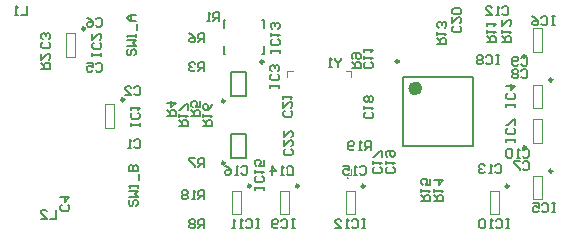
<source format=gbo>
%FSLAX44Y44*%
%MOMM*%
G71*
G01*
G75*
G04 Layer_Color=32896*
%ADD10R,1.3000X0.4500*%
%ADD11R,2.7940X0.7366*%
%ADD12R,0.5000X0.2000*%
%ADD13R,0.7620X0.7620*%
%ADD14R,0.3000X0.3000*%
%ADD15R,0.7620X0.7620*%
%ADD16R,0.6200X0.5700*%
%ADD17C,0.1500*%
%ADD18C,0.2540*%
%ADD19R,1.5240X1.5240*%
%ADD20C,1.5240*%
%ADD21C,0.8000*%
%ADD22O,1.8000X1.1500*%
%ADD23O,2.0000X1.4500*%
%ADD24R,1.8000X1.8000*%
%ADD25C,1.8000*%
%ADD26C,0.6100*%
%ADD27C,0.6000*%
%ADD28R,0.5700X0.6200*%
%ADD29R,0.6000X0.5500*%
%ADD30R,1.4000X2.2000*%
%ADD31O,1.7500X0.3500*%
%ADD32O,0.3500X1.7500*%
%ADD33R,0.8500X0.3500*%
%ADD34R,0.9500X0.9500*%
%ADD35R,0.5500X0.6000*%
%ADD36R,0.9700X0.9600*%
%ADD37R,0.9500X0.9500*%
%ADD38R,1.2500X0.3000*%
%ADD39O,0.3000X0.8000*%
%ADD40O,0.8000X0.3000*%
%ADD41R,1.5000X1.0000*%
%ADD42C,3.3000*%
%ADD43C,0.4000*%
%ADD44C,0.2286*%
%ADD45C,0.1778*%
%ADD46R,1.5032X0.6532*%
%ADD47R,2.8956X0.8382*%
%ADD48R,0.7032X0.4032*%
%ADD49R,0.9652X0.9652*%
%ADD50R,0.5032X0.5032*%
%ADD51R,0.9652X0.9652*%
%ADD52R,0.8232X0.7732*%
%ADD53C,0.2032*%
%ADD54R,1.7272X1.7272*%
%ADD55C,1.7272*%
%ADD56C,1.0032*%
%ADD57O,2.0032X1.3532*%
%ADD58O,2.2032X1.6532*%
%ADD59R,2.0032X2.0032*%
%ADD60C,2.0032*%
%ADD61R,0.7732X0.8232*%
%ADD62R,0.8032X0.7532*%
%ADD63R,1.6032X2.4032*%
%ADD64O,1.9532X0.5532*%
%ADD65O,0.5532X1.9532*%
%ADD66R,1.0532X0.5532*%
%ADD67R,1.1532X1.1532*%
%ADD68R,0.7532X0.8032*%
%ADD69R,1.1732X1.1632*%
%ADD70R,1.1532X1.1532*%
%ADD71R,1.4532X0.5032*%
%ADD72O,0.5032X1.0032*%
%ADD73O,1.0032X0.5032*%
%ADD74R,1.7032X1.2032*%
%ADD75C,3.5032*%
%ADD76C,0.1000*%
%ADD77C,0.6000*%
%ADD78C,0.2500*%
%ADD79C,0.2000*%
D45*
X1592750Y1156750D02*
Y1164368D01*
X1588941D01*
X1587672Y1163098D01*
Y1160559D01*
X1588941Y1159289D01*
X1592750D01*
X1590211D02*
X1587672Y1156750D01*
X1585132D02*
X1582593D01*
X1583863D01*
Y1164368D01*
X1585132Y1163098D01*
X1578784Y1158020D02*
X1577515Y1156750D01*
X1574976D01*
X1573706Y1158020D01*
Y1163098D01*
X1574976Y1164368D01*
X1577515D01*
X1578784Y1163098D01*
Y1161828D01*
X1577515Y1160559D01*
X1573706D01*
X1525098Y1157328D02*
X1526367Y1156059D01*
Y1153520D01*
X1525098Y1152250D01*
X1520020D01*
X1518750Y1153520D01*
Y1156059D01*
X1520020Y1157328D01*
X1518750Y1164946D02*
Y1159867D01*
X1523828Y1164946D01*
X1525098D01*
X1526367Y1163676D01*
Y1161137D01*
X1525098Y1159867D01*
X1518750Y1172563D02*
Y1167485D01*
X1523828Y1172563D01*
X1525098D01*
X1526367Y1171294D01*
Y1168755D01*
X1525098Y1167485D01*
X1524848Y1190078D02*
X1526118Y1188809D01*
Y1186270D01*
X1524848Y1185000D01*
X1519770D01*
X1518500Y1186270D01*
Y1188809D01*
X1519770Y1190078D01*
X1518500Y1197696D02*
Y1192617D01*
X1523578Y1197696D01*
X1524848D01*
X1526118Y1196426D01*
Y1193887D01*
X1524848Y1192617D01*
X1518500Y1200235D02*
Y1202774D01*
Y1201505D01*
X1526118D01*
X1524848Y1200235D01*
X1715117Y1193250D02*
Y1195789D01*
Y1194520D01*
X1707500D01*
Y1193250D01*
Y1195789D01*
X1713848Y1204676D02*
X1715117Y1203407D01*
Y1200867D01*
X1713848Y1199598D01*
X1708770D01*
X1707500Y1200867D01*
Y1203407D01*
X1708770Y1204676D01*
X1707500Y1211024D02*
X1715117D01*
X1711309Y1207215D01*
Y1212294D01*
X1667848Y1261578D02*
X1669117Y1260309D01*
Y1257770D01*
X1667848Y1256500D01*
X1662770D01*
X1661500Y1257770D01*
Y1260309D01*
X1662770Y1261578D01*
X1661500Y1269196D02*
Y1264118D01*
X1666578Y1269196D01*
X1667848D01*
X1669117Y1267926D01*
Y1265387D01*
X1667848Y1264118D01*
Y1271735D02*
X1669117Y1273005D01*
Y1275544D01*
X1667848Y1276813D01*
X1662770D01*
X1661500Y1275544D01*
Y1273005D01*
X1662770Y1271735D01*
X1667848D01*
X1611848Y1142328D02*
X1613118Y1141059D01*
Y1138520D01*
X1611848Y1137250D01*
X1606770D01*
X1605500Y1138520D01*
Y1141059D01*
X1606770Y1142328D01*
X1605500Y1144867D02*
Y1147407D01*
Y1146137D01*
X1613118D01*
X1611848Y1144867D01*
X1606770Y1151216D02*
X1605500Y1152485D01*
Y1155024D01*
X1606770Y1156294D01*
X1611848D01*
X1613118Y1155024D01*
Y1152485D01*
X1611848Y1151216D01*
X1610578D01*
X1609309Y1152485D01*
Y1156294D01*
X1593598Y1188578D02*
X1594868Y1187309D01*
Y1184770D01*
X1593598Y1183500D01*
X1588520D01*
X1587250Y1184770D01*
Y1187309D01*
X1588520Y1188578D01*
X1587250Y1191117D02*
Y1193657D01*
Y1192387D01*
X1594868D01*
X1593598Y1191117D01*
Y1197466D02*
X1594868Y1198735D01*
Y1201274D01*
X1593598Y1202544D01*
X1592328D01*
X1591059Y1201274D01*
X1589789Y1202544D01*
X1588520D01*
X1587250Y1201274D01*
Y1198735D01*
X1588520Y1197466D01*
X1589789D01*
X1591059Y1198735D01*
X1592328Y1197466D01*
X1593598D01*
X1591059Y1198735D02*
Y1201274D01*
X1600848Y1142328D02*
X1602117Y1141059D01*
Y1138520D01*
X1600848Y1137250D01*
X1595770D01*
X1594500Y1138520D01*
Y1141059D01*
X1595770Y1142328D01*
X1594500Y1144867D02*
Y1147407D01*
Y1146137D01*
X1602117D01*
X1600848Y1144867D01*
X1602117Y1151216D02*
Y1156294D01*
X1600848D01*
X1595770Y1151216D01*
X1594500D01*
X1721172Y1145848D02*
X1722442Y1147117D01*
X1724981D01*
X1726250Y1145848D01*
Y1140770D01*
X1724981Y1139500D01*
X1722442D01*
X1721172Y1140770D01*
X1718633Y1147117D02*
X1713554D01*
Y1145848D01*
X1718633Y1140770D01*
Y1139500D01*
X1359672Y1267348D02*
X1360941Y1268617D01*
X1363480D01*
X1364750Y1267348D01*
Y1262270D01*
X1363480Y1261000D01*
X1360941D01*
X1359672Y1262270D01*
X1352054Y1268617D02*
X1354593Y1267348D01*
X1357133Y1264809D01*
Y1262270D01*
X1355863Y1261000D01*
X1353324D01*
X1352054Y1262270D01*
Y1263539D01*
X1353324Y1264809D01*
X1357133D01*
X1567250Y1234368D02*
Y1233098D01*
X1564711Y1230559D01*
X1562172Y1233098D01*
Y1234368D01*
X1564711Y1230559D02*
Y1226750D01*
X1559633D02*
X1557093D01*
X1558363D01*
Y1234368D01*
X1559633Y1233098D01*
X1635500Y1113500D02*
X1643118D01*
Y1117309D01*
X1641848Y1118578D01*
X1639309D01*
X1638039Y1117309D01*
Y1113500D01*
Y1116039D02*
X1635500Y1118578D01*
Y1121117D02*
Y1123657D01*
Y1122387D01*
X1643118D01*
X1641848Y1121117D01*
X1643118Y1132544D02*
Y1127466D01*
X1639309D01*
X1640578Y1130005D01*
Y1131274D01*
X1639309Y1132544D01*
X1636770D01*
X1635500Y1131274D01*
Y1128735D01*
X1636770Y1127466D01*
X1646500Y1113500D02*
X1654117D01*
Y1117309D01*
X1652848Y1118578D01*
X1650309D01*
X1649039Y1117309D01*
Y1113500D01*
Y1116039D02*
X1646500Y1118578D01*
Y1121117D02*
Y1123657D01*
Y1122387D01*
X1654117D01*
X1652848Y1121117D01*
X1646500Y1131274D02*
X1654117D01*
X1650309Y1127466D01*
Y1132544D01*
X1648750Y1246250D02*
X1656367D01*
Y1250059D01*
X1655098Y1251328D01*
X1652559D01*
X1651289Y1250059D01*
Y1246250D01*
Y1248789D02*
X1648750Y1251328D01*
Y1253867D02*
Y1256407D01*
Y1255137D01*
X1656367D01*
X1655098Y1253867D01*
Y1260216D02*
X1656367Y1261485D01*
Y1264024D01*
X1655098Y1265294D01*
X1653828D01*
X1652559Y1264024D01*
Y1262755D01*
Y1264024D01*
X1651289Y1265294D01*
X1650020D01*
X1648750Y1264024D01*
Y1261485D01*
X1650020Y1260216D01*
X1704000Y1248000D02*
X1711617D01*
Y1251809D01*
X1710348Y1253078D01*
X1707809D01*
X1706539Y1251809D01*
Y1248000D01*
Y1250539D02*
X1704000Y1253078D01*
Y1255618D02*
Y1258157D01*
Y1256887D01*
X1711617D01*
X1710348Y1255618D01*
X1704000Y1267044D02*
Y1261965D01*
X1709078Y1267044D01*
X1710348D01*
X1711617Y1265774D01*
Y1263235D01*
X1710348Y1261965D01*
X1690750Y1248000D02*
X1698367D01*
Y1251809D01*
X1697098Y1253078D01*
X1694559D01*
X1693289Y1251809D01*
Y1248000D01*
Y1250539D02*
X1690750Y1253078D01*
Y1255618D02*
Y1258157D01*
Y1256887D01*
X1698367D01*
X1697098Y1255618D01*
X1690750Y1261965D02*
Y1264505D01*
Y1263235D01*
X1698367D01*
X1697098Y1261965D01*
X1576500Y1226000D02*
X1584117D01*
Y1229809D01*
X1582848Y1231078D01*
X1580309D01*
X1579039Y1229809D01*
Y1226000D01*
Y1228539D02*
X1576500Y1231078D01*
X1577770Y1233617D02*
X1576500Y1234887D01*
Y1237426D01*
X1577770Y1238696D01*
X1582848D01*
X1584117Y1237426D01*
Y1234887D01*
X1582848Y1233617D01*
X1581578D01*
X1580309Y1234887D01*
Y1238696D01*
X1313750Y1225500D02*
X1321367D01*
Y1229309D01*
X1320098Y1230578D01*
X1317559D01*
X1316289Y1229309D01*
Y1225500D01*
Y1228039D02*
X1313750Y1230578D01*
Y1238196D02*
Y1233118D01*
X1318828Y1238196D01*
X1320098D01*
X1321367Y1236926D01*
Y1234387D01*
X1320098Y1233118D01*
X1326000Y1106117D02*
Y1098500D01*
X1320922D01*
X1313304D02*
X1318383D01*
X1313304Y1103578D01*
Y1104848D01*
X1314574Y1106117D01*
X1317113D01*
X1318383Y1104848D01*
X1301250Y1278617D02*
Y1271000D01*
X1296172D01*
X1293633D02*
X1291093D01*
X1292363D01*
Y1278617D01*
X1293633Y1277348D01*
X1587750Y1098118D02*
X1585211D01*
X1586480D01*
Y1090500D01*
X1587750D01*
X1585211D01*
X1576324Y1096848D02*
X1577593Y1098118D01*
X1580132D01*
X1581402Y1096848D01*
Y1091770D01*
X1580132Y1090500D01*
X1577593D01*
X1576324Y1091770D01*
X1573784Y1090500D02*
X1571245D01*
X1572515D01*
Y1098118D01*
X1573784Y1096848D01*
X1562358Y1090500D02*
X1567437D01*
X1562358Y1095578D01*
Y1096848D01*
X1563628Y1098118D01*
X1566167D01*
X1567437Y1096848D01*
X1498000Y1098118D02*
X1495461D01*
X1496730D01*
Y1090500D01*
X1498000D01*
X1495461D01*
X1486574Y1096848D02*
X1487843Y1098118D01*
X1490383D01*
X1491652Y1096848D01*
Y1091770D01*
X1490383Y1090500D01*
X1487843D01*
X1486574Y1091770D01*
X1484034Y1090500D02*
X1481495D01*
X1482765D01*
Y1098118D01*
X1484034Y1096848D01*
X1477687Y1090500D02*
X1475147D01*
X1476417D01*
Y1098118D01*
X1477687Y1096848D01*
X1709750Y1098118D02*
X1707211D01*
X1708480D01*
Y1090500D01*
X1709750D01*
X1707211D01*
X1698324Y1096848D02*
X1699593Y1098118D01*
X1702133D01*
X1703402Y1096848D01*
Y1091770D01*
X1702133Y1090500D01*
X1699593D01*
X1698324Y1091770D01*
X1695784Y1090500D02*
X1693245D01*
X1694515D01*
Y1098118D01*
X1695784Y1096848D01*
X1689437D02*
X1688167Y1098118D01*
X1685628D01*
X1684358Y1096848D01*
Y1091770D01*
X1685628Y1090500D01*
X1688167D01*
X1689437Y1091770D01*
Y1096848D01*
X1528250Y1098118D02*
X1525711D01*
X1526980D01*
Y1090500D01*
X1528250D01*
X1525711D01*
X1516824Y1096848D02*
X1518093Y1098118D01*
X1520632D01*
X1521902Y1096848D01*
Y1091770D01*
X1520632Y1090500D01*
X1518093D01*
X1516824Y1091770D01*
X1514285D02*
X1513015Y1090500D01*
X1510476D01*
X1509206Y1091770D01*
Y1096848D01*
X1510476Y1098118D01*
X1513015D01*
X1514285Y1096848D01*
Y1095578D01*
X1513015Y1094309D01*
X1509206D01*
X1701500Y1237117D02*
X1698961D01*
X1700230D01*
Y1229500D01*
X1701500D01*
X1698961D01*
X1690074Y1235848D02*
X1691343Y1237117D01*
X1693882D01*
X1695152Y1235848D01*
Y1230770D01*
X1693882Y1229500D01*
X1691343D01*
X1690074Y1230770D01*
X1687534Y1235848D02*
X1686265Y1237117D01*
X1683726D01*
X1682456Y1235848D01*
Y1234578D01*
X1683726Y1233309D01*
X1682456Y1232039D01*
Y1230770D01*
X1683726Y1229500D01*
X1686265D01*
X1687534Y1230770D01*
Y1232039D01*
X1686265Y1233309D01*
X1687534Y1234578D01*
Y1235848D01*
X1686265Y1233309D02*
X1683726D01*
X1715117Y1163750D02*
Y1166289D01*
Y1165020D01*
X1707500D01*
Y1163750D01*
Y1166289D01*
X1713848Y1175176D02*
X1715117Y1173907D01*
Y1171367D01*
X1713848Y1170098D01*
X1708770D01*
X1707500Y1171367D01*
Y1173907D01*
X1708770Y1175176D01*
X1715117Y1177716D02*
Y1182794D01*
X1713848D01*
X1708770Y1177716D01*
X1707500D01*
X1748250Y1270117D02*
X1745711D01*
X1746980D01*
Y1262500D01*
X1748250D01*
X1745711D01*
X1736824Y1268848D02*
X1738093Y1270117D01*
X1740632D01*
X1741902Y1268848D01*
Y1263770D01*
X1740632Y1262500D01*
X1738093D01*
X1736824Y1263770D01*
X1729206Y1270117D02*
X1731745Y1268848D01*
X1734285Y1266309D01*
Y1263770D01*
X1733015Y1262500D01*
X1730476D01*
X1729206Y1263770D01*
Y1265039D01*
X1730476Y1266309D01*
X1734285D01*
X1749000Y1111868D02*
X1746461D01*
X1747730D01*
Y1104250D01*
X1749000D01*
X1746461D01*
X1737574Y1110598D02*
X1738843Y1111868D01*
X1741382D01*
X1742652Y1110598D01*
Y1105520D01*
X1741382Y1104250D01*
X1738843D01*
X1737574Y1105520D01*
X1729956Y1111868D02*
X1735034D01*
Y1108059D01*
X1732495Y1109328D01*
X1731226D01*
X1729956Y1108059D01*
Y1105520D01*
X1731226Y1104250D01*
X1733765D01*
X1735034Y1105520D01*
X1515117Y1209410D02*
Y1211949D01*
Y1210680D01*
X1507500D01*
Y1209410D01*
Y1211949D01*
X1513848Y1220836D02*
X1515117Y1219567D01*
Y1217028D01*
X1513848Y1215758D01*
X1508770D01*
X1507500Y1217028D01*
Y1219567D01*
X1508770Y1220836D01*
X1513848Y1223375D02*
X1515117Y1224645D01*
Y1227184D01*
X1513848Y1228454D01*
X1512578D01*
X1511309Y1227184D01*
Y1225915D01*
Y1227184D01*
X1510039Y1228454D01*
X1508770D01*
X1507500Y1227184D01*
Y1224645D01*
X1508770Y1223375D01*
X1364617Y1236250D02*
Y1238789D01*
Y1237520D01*
X1357000D01*
Y1236250D01*
Y1238789D01*
X1363348Y1247676D02*
X1364617Y1246407D01*
Y1243867D01*
X1363348Y1242598D01*
X1358270D01*
X1357000Y1243867D01*
Y1246407D01*
X1358270Y1247676D01*
X1357000Y1255294D02*
Y1250216D01*
X1362078Y1255294D01*
X1363348D01*
X1364617Y1254024D01*
Y1251485D01*
X1363348Y1250216D01*
X1397117Y1177000D02*
Y1179539D01*
Y1178270D01*
X1389500D01*
Y1177000D01*
Y1179539D01*
X1395848Y1188426D02*
X1397117Y1187157D01*
Y1184617D01*
X1395848Y1183348D01*
X1390770D01*
X1389500Y1184617D01*
Y1187157D01*
X1390770Y1188426D01*
X1389500Y1190965D02*
Y1193505D01*
Y1192235D01*
X1397117D01*
X1395848Y1190965D01*
X1703922Y1277098D02*
X1705191Y1278367D01*
X1707730D01*
X1709000Y1277098D01*
Y1272020D01*
X1707730Y1270750D01*
X1705191D01*
X1703922Y1272020D01*
X1701382Y1270750D02*
X1698843D01*
X1700113D01*
Y1278367D01*
X1701382Y1277098D01*
X1689956Y1270750D02*
X1695034D01*
X1689956Y1275828D01*
Y1277098D01*
X1691226Y1278367D01*
X1693765D01*
X1695034Y1277098D01*
X1593098Y1231078D02*
X1594368Y1229809D01*
Y1227270D01*
X1593098Y1226000D01*
X1588020D01*
X1586750Y1227270D01*
Y1229809D01*
X1588020Y1231078D01*
X1586750Y1233617D02*
Y1236157D01*
Y1234887D01*
X1594368D01*
X1593098Y1233617D01*
X1586750Y1239966D02*
Y1242505D01*
Y1241235D01*
X1594368D01*
X1593098Y1239966D01*
X1359672Y1229598D02*
X1360941Y1230867D01*
X1363480D01*
X1364750Y1229598D01*
Y1224520D01*
X1363480Y1223250D01*
X1360941D01*
X1359672Y1224520D01*
X1352054Y1230867D02*
X1357133D01*
Y1227059D01*
X1354593Y1228328D01*
X1353324D01*
X1352054Y1227059D01*
Y1224520D01*
X1353324Y1223250D01*
X1355863D01*
X1357133Y1224520D01*
X1336098Y1110578D02*
X1337368Y1109309D01*
Y1106770D01*
X1336098Y1105500D01*
X1331020D01*
X1329750Y1106770D01*
Y1109309D01*
X1331020Y1110578D01*
X1329750Y1116926D02*
X1337368D01*
X1333559Y1113118D01*
Y1118196D01*
X1320098Y1248078D02*
X1321367Y1246809D01*
Y1244270D01*
X1320098Y1243000D01*
X1315020D01*
X1313750Y1244270D01*
Y1246809D01*
X1315020Y1248078D01*
X1320098Y1250618D02*
X1321367Y1251887D01*
Y1254426D01*
X1320098Y1255696D01*
X1318828D01*
X1317559Y1254426D01*
Y1253157D01*
Y1254426D01*
X1316289Y1255696D01*
X1315020D01*
X1313750Y1254426D01*
Y1251887D01*
X1315020Y1250618D01*
X1392172Y1209348D02*
X1393441Y1210618D01*
X1395980D01*
X1397250Y1209348D01*
Y1204270D01*
X1395980Y1203000D01*
X1393441D01*
X1392172Y1204270D01*
X1384554Y1203000D02*
X1389633D01*
X1384554Y1208078D01*
Y1209348D01*
X1385824Y1210618D01*
X1388363D01*
X1389633Y1209348D01*
X1392172Y1164598D02*
X1393441Y1165867D01*
X1395980D01*
X1397250Y1164598D01*
Y1159520D01*
X1395980Y1158250D01*
X1393441D01*
X1392172Y1159520D01*
X1389633Y1158250D02*
X1387093D01*
X1388363D01*
Y1165867D01*
X1389633Y1164598D01*
X1387152Y1242078D02*
X1385883Y1240809D01*
Y1238270D01*
X1387152Y1237000D01*
X1388422D01*
X1389691Y1238270D01*
Y1240809D01*
X1390961Y1242078D01*
X1392230D01*
X1393500Y1240809D01*
Y1238270D01*
X1392230Y1237000D01*
X1385883Y1244617D02*
X1393500D01*
X1390961Y1247157D01*
X1393500Y1249696D01*
X1385883D01*
X1393500Y1252235D02*
Y1254774D01*
Y1253505D01*
X1385883D01*
X1387152Y1252235D01*
X1394770Y1258583D02*
Y1263661D01*
X1393500Y1266200D02*
X1388422D01*
X1385883Y1268740D01*
X1388422Y1271279D01*
X1393500D01*
X1389691D01*
Y1266200D01*
X1388902Y1114578D02*
X1387632Y1113309D01*
Y1110770D01*
X1388902Y1109500D01*
X1390172D01*
X1391441Y1110770D01*
Y1113309D01*
X1392711Y1114578D01*
X1393980D01*
X1395250Y1113309D01*
Y1110770D01*
X1393980Y1109500D01*
X1387632Y1117117D02*
X1395250D01*
X1392711Y1119657D01*
X1395250Y1122196D01*
X1387632D01*
X1395250Y1124735D02*
Y1127274D01*
Y1126005D01*
X1387632D01*
X1388902Y1124735D01*
X1396520Y1131083D02*
Y1136161D01*
X1387632Y1138700D02*
X1395250D01*
Y1142509D01*
X1393980Y1143779D01*
X1392711D01*
X1391441Y1142509D01*
Y1138700D01*
Y1142509D01*
X1390172Y1143779D01*
X1388902D01*
X1387632Y1142509D01*
Y1138700D01*
X1502117Y1123000D02*
Y1125539D01*
Y1124270D01*
X1494500D01*
Y1123000D01*
Y1125539D01*
X1500848Y1134426D02*
X1502117Y1133157D01*
Y1130618D01*
X1500848Y1129348D01*
X1495770D01*
X1494500Y1130618D01*
Y1133157D01*
X1495770Y1134426D01*
X1494500Y1136965D02*
Y1139505D01*
Y1138235D01*
X1502117D01*
X1500848Y1136965D01*
X1502117Y1148392D02*
Y1143313D01*
X1498309D01*
X1499578Y1145853D01*
Y1147122D01*
X1498309Y1148392D01*
X1495770D01*
X1494500Y1147122D01*
Y1144583D01*
X1495770Y1143313D01*
X1464500Y1265750D02*
Y1273367D01*
X1460691D01*
X1459422Y1272098D01*
Y1269559D01*
X1460691Y1268289D01*
X1464500D01*
X1461961D02*
X1459422Y1265750D01*
X1456882D02*
X1454343D01*
X1455613D01*
Y1273367D01*
X1456882Y1272098D01*
X1451500Y1223500D02*
Y1231117D01*
X1447691D01*
X1446422Y1229848D01*
Y1227309D01*
X1447691Y1226039D01*
X1451500D01*
X1448961D02*
X1446422Y1223500D01*
X1443882Y1229848D02*
X1442613Y1231117D01*
X1440074D01*
X1438804Y1229848D01*
Y1228578D01*
X1440074Y1227309D01*
X1441343D01*
X1440074D01*
X1438804Y1226039D01*
Y1224770D01*
X1440074Y1223500D01*
X1442613D01*
X1443882Y1224770D01*
X1419750Y1185250D02*
X1427368D01*
Y1189059D01*
X1426098Y1190328D01*
X1423559D01*
X1422289Y1189059D01*
Y1185250D01*
Y1187789D02*
X1419750Y1190328D01*
Y1196676D02*
X1427368D01*
X1423559Y1192868D01*
Y1197946D01*
X1440500Y1185250D02*
X1448118D01*
Y1189059D01*
X1446848Y1190328D01*
X1444309D01*
X1443039Y1189059D01*
Y1185250D01*
Y1187789D02*
X1440500Y1190328D01*
X1448118Y1197946D02*
Y1192868D01*
X1444309D01*
X1445578Y1195407D01*
Y1196676D01*
X1444309Y1197946D01*
X1441770D01*
X1440500Y1196676D01*
Y1194137D01*
X1441770Y1192868D01*
X1451500Y1248250D02*
Y1255867D01*
X1447691D01*
X1446422Y1254598D01*
Y1252059D01*
X1447691Y1250789D01*
X1451500D01*
X1448961D02*
X1446422Y1248250D01*
X1438804Y1255867D02*
X1441343Y1254598D01*
X1443882Y1252059D01*
Y1249520D01*
X1442613Y1248250D01*
X1440074D01*
X1438804Y1249520D01*
Y1250789D01*
X1440074Y1252059D01*
X1443882D01*
X1451500Y1142250D02*
Y1149867D01*
X1447691D01*
X1446422Y1148598D01*
Y1146059D01*
X1447691Y1144789D01*
X1451500D01*
X1448961D02*
X1446422Y1142250D01*
X1443882Y1149867D02*
X1438804D01*
Y1148598D01*
X1443882Y1143520D01*
Y1142250D01*
X1451500Y1090500D02*
Y1098118D01*
X1447691D01*
X1446422Y1096848D01*
Y1094309D01*
X1447691Y1093039D01*
X1451500D01*
X1448961D02*
X1446422Y1090500D01*
X1443882Y1096848D02*
X1442613Y1098118D01*
X1440074D01*
X1438804Y1096848D01*
Y1095578D01*
X1440074Y1094309D01*
X1438804Y1093039D01*
Y1091770D01*
X1440074Y1090500D01*
X1442613D01*
X1443882Y1091770D01*
Y1093039D01*
X1442613Y1094309D01*
X1443882Y1095578D01*
Y1096848D01*
X1442613Y1094309D02*
X1440074D01*
X1450750Y1177000D02*
X1458367D01*
Y1180809D01*
X1457098Y1182078D01*
X1454559D01*
X1453289Y1180809D01*
Y1177000D01*
Y1179539D02*
X1450750Y1182078D01*
Y1184617D02*
Y1187157D01*
Y1185887D01*
X1458367D01*
X1457098Y1184617D01*
X1458367Y1196044D02*
X1457098Y1193505D01*
X1454559Y1190965D01*
X1452020D01*
X1450750Y1192235D01*
Y1194774D01*
X1452020Y1196044D01*
X1453289D01*
X1454559Y1194774D01*
Y1190965D01*
X1430250Y1177000D02*
X1437867D01*
Y1180809D01*
X1436598Y1182078D01*
X1434059D01*
X1432789Y1180809D01*
Y1177000D01*
Y1179539D02*
X1430250Y1182078D01*
Y1184617D02*
Y1187157D01*
Y1185887D01*
X1437867D01*
X1436598Y1184617D01*
X1437867Y1190965D02*
Y1196044D01*
X1436598D01*
X1431520Y1190965D01*
X1430250D01*
X1451500Y1115250D02*
Y1122868D01*
X1447691D01*
X1446422Y1121598D01*
Y1119059D01*
X1447691Y1117789D01*
X1451500D01*
X1448961D02*
X1446422Y1115250D01*
X1443882D02*
X1441343D01*
X1442613D01*
Y1122868D01*
X1443882Y1121598D01*
X1437534D02*
X1436265Y1122868D01*
X1433726D01*
X1432456Y1121598D01*
Y1120328D01*
X1433726Y1119059D01*
X1432456Y1117789D01*
Y1116520D01*
X1433726Y1115250D01*
X1436265D01*
X1437534Y1116520D01*
Y1117789D01*
X1436265Y1119059D01*
X1437534Y1120328D01*
Y1121598D01*
X1436265Y1119059D02*
X1433726D01*
X1515618Y1239000D02*
Y1241539D01*
Y1240270D01*
X1508000D01*
Y1239000D01*
Y1241539D01*
X1514348Y1250426D02*
X1515618Y1249157D01*
Y1246618D01*
X1514348Y1245348D01*
X1509270D01*
X1508000Y1246618D01*
Y1249157D01*
X1509270Y1250426D01*
X1508000Y1252965D02*
Y1255505D01*
Y1254235D01*
X1515618D01*
X1514348Y1252965D01*
Y1259313D02*
X1515618Y1260583D01*
Y1263122D01*
X1514348Y1264392D01*
X1513078D01*
X1511809Y1263122D01*
Y1261853D01*
Y1263122D01*
X1510539Y1264392D01*
X1509270D01*
X1508000Y1263122D01*
Y1260583D01*
X1509270Y1259313D01*
X1521422Y1141598D02*
X1522691Y1142868D01*
X1525230D01*
X1526500Y1141598D01*
Y1136520D01*
X1525230Y1135250D01*
X1522691D01*
X1521422Y1136520D01*
X1518882Y1135250D02*
X1516343D01*
X1517613D01*
Y1142868D01*
X1518882Y1141598D01*
X1508726Y1135250D02*
Y1142868D01*
X1512534Y1139059D01*
X1507456D01*
X1482922Y1142348D02*
X1484191Y1143617D01*
X1486730D01*
X1488000Y1142348D01*
Y1137270D01*
X1486730Y1136000D01*
X1484191D01*
X1482922Y1137270D01*
X1480383Y1136000D02*
X1477843D01*
X1479113D01*
Y1143617D01*
X1480383Y1142348D01*
X1468956Y1143617D02*
X1471495Y1142348D01*
X1474034Y1139809D01*
Y1137270D01*
X1472765Y1136000D01*
X1470226D01*
X1468956Y1137270D01*
Y1138539D01*
X1470226Y1139809D01*
X1474034D01*
X1720172Y1223848D02*
X1721442Y1225118D01*
X1723981D01*
X1725250Y1223848D01*
Y1218770D01*
X1723981Y1217500D01*
X1721442D01*
X1720172Y1218770D01*
X1717633Y1223848D02*
X1716363Y1225118D01*
X1713824D01*
X1712554Y1223848D01*
Y1222578D01*
X1713824Y1221309D01*
X1712554Y1220039D01*
Y1218770D01*
X1713824Y1217500D01*
X1716363D01*
X1717633Y1218770D01*
Y1220039D01*
X1716363Y1221309D01*
X1717633Y1222578D01*
Y1223848D01*
X1716363Y1221309D02*
X1713824D01*
X1720172Y1234348D02*
X1721442Y1235618D01*
X1723981D01*
X1725250Y1234348D01*
Y1229270D01*
X1723981Y1228000D01*
X1721442D01*
X1720172Y1229270D01*
X1717633D02*
X1716363Y1228000D01*
X1713824D01*
X1712554Y1229270D01*
Y1234348D01*
X1713824Y1235618D01*
X1716363D01*
X1717633Y1234348D01*
Y1233078D01*
X1716363Y1231809D01*
X1712554D01*
X1721172Y1156598D02*
X1722442Y1157868D01*
X1724981D01*
X1726250Y1156598D01*
Y1151520D01*
X1724981Y1150250D01*
X1722442D01*
X1721172Y1151520D01*
X1718633Y1150250D02*
X1716093D01*
X1717363D01*
Y1157868D01*
X1718633Y1156598D01*
X1712285D02*
X1711015Y1157868D01*
X1708476D01*
X1707206Y1156598D01*
Y1151520D01*
X1708476Y1150250D01*
X1711015D01*
X1712285Y1151520D01*
Y1156598D01*
X1698172Y1143598D02*
X1699441Y1144867D01*
X1701980D01*
X1703250Y1143598D01*
Y1138520D01*
X1701980Y1137250D01*
X1699441D01*
X1698172Y1138520D01*
X1695632Y1137250D02*
X1693093D01*
X1694363D01*
Y1144867D01*
X1695632Y1143598D01*
X1689285D02*
X1688015Y1144867D01*
X1685476D01*
X1684206Y1143598D01*
Y1142328D01*
X1685476Y1141059D01*
X1686745D01*
X1685476D01*
X1684206Y1139789D01*
Y1138520D01*
X1685476Y1137250D01*
X1688015D01*
X1689285Y1138520D01*
X1583172Y1142098D02*
X1584441Y1143367D01*
X1586980D01*
X1588250Y1142098D01*
Y1137020D01*
X1586980Y1135750D01*
X1584441D01*
X1583172Y1137020D01*
X1580632Y1135750D02*
X1578093D01*
X1579363D01*
Y1143367D01*
X1580632Y1142098D01*
X1569206Y1143367D02*
X1574285D01*
Y1139559D01*
X1571745Y1140828D01*
X1570476D01*
X1569206Y1139559D01*
Y1137020D01*
X1570476Y1135750D01*
X1573015D01*
X1574285Y1137020D01*
D76*
X1574000Y1132750D02*
G03*
X1574000Y1132750I-750J0D01*
G01*
X1521500Y1223750D02*
X1526500D01*
X1521500Y1218750D02*
Y1223750D01*
X1576250Y1218500D02*
Y1223500D01*
X1571250Y1223750D02*
X1576250D01*
X1521500Y1135500D02*
Y1140500D01*
Y1135500D02*
X1526500D01*
X1576250D02*
Y1140500D01*
X1571000Y1135500D02*
X1576000D01*
X1693418Y1122230D02*
X1701038D01*
X1693418Y1102230D02*
X1701038D01*
Y1122230D01*
X1693418Y1102230D02*
Y1122230D01*
X1367768Y1195500D02*
X1375388D01*
X1367768Y1175500D02*
X1375388D01*
Y1195500D01*
X1367768Y1175500D02*
Y1195500D01*
X1334518Y1255500D02*
X1342138D01*
X1334518Y1235500D02*
X1342138D01*
Y1255500D01*
X1334518Y1235500D02*
Y1255500D01*
X1730348Y1134930D02*
X1737968D01*
X1730348Y1114930D02*
X1737968D01*
Y1134930D01*
X1730348Y1114930D02*
Y1134930D01*
X1729692Y1240030D02*
X1737312D01*
X1729692Y1260030D02*
X1737312D01*
X1729692Y1240030D02*
Y1260030D01*
X1737312Y1240030D02*
Y1260030D01*
X1729692Y1162747D02*
X1737312D01*
X1729692Y1182747D02*
X1737312D01*
X1729692Y1162747D02*
Y1182747D01*
X1737312Y1162747D02*
Y1182747D01*
X1515618Y1122370D02*
X1523238D01*
X1515618Y1102370D02*
X1523238D01*
Y1122370D01*
X1515618Y1102370D02*
Y1122370D01*
X1474978D02*
X1482598D01*
X1474978Y1102370D02*
X1482598D01*
Y1122370D01*
X1474978Y1102370D02*
Y1122370D01*
X1571498Y1122230D02*
X1579118D01*
X1571498Y1102230D02*
X1579118D01*
Y1122230D01*
X1571498Y1102230D02*
Y1122230D01*
X1730348Y1212213D02*
X1737968D01*
X1730348Y1192213D02*
X1737968D01*
Y1212213D01*
X1730348Y1192213D02*
Y1212213D01*
D77*
X1633250Y1209000D02*
G03*
X1633250Y1209000I-3000J0D01*
G01*
D78*
X1616250Y1231750D02*
G03*
X1616250Y1231750I-1250J0D01*
G01*
X1709400Y1126230D02*
G03*
X1709400Y1126230I-1250J0D01*
G01*
X1383750Y1199500D02*
G03*
X1383750Y1199500I-1250J0D01*
G01*
X1350500Y1259500D02*
G03*
X1350500Y1259500I-1250J0D01*
G01*
X1746330Y1138930D02*
G03*
X1746330Y1138930I-1250J0D01*
G01*
X1723830Y1236030D02*
G03*
X1723830Y1236030I-1250J0D01*
G01*
Y1158747D02*
G03*
X1723830Y1158747I-1250J0D01*
G01*
X1531600Y1126370D02*
G03*
X1531600Y1126370I-1250J0D01*
G01*
X1490960D02*
G03*
X1490960Y1126370I-1250J0D01*
G01*
X1587480Y1126230D02*
G03*
X1587480Y1126230I-1250J0D01*
G01*
X1746330Y1216213D02*
G03*
X1746330Y1216213I-1250J0D01*
G01*
X1469000Y1198250D02*
G03*
X1469000Y1198250I-1250J0D01*
G01*
Y1145750D02*
G03*
X1469000Y1145750I-1250J0D01*
G01*
X1501750Y1231500D02*
G03*
X1501750Y1231500I-1250J0D01*
G01*
D79*
X1679250Y1160000D02*
Y1219000D01*
X1620250Y1160000D02*
Y1219000D01*
Y1160000D02*
X1679250D01*
X1620250Y1219000D02*
X1679250D01*
X1474650Y1223250D02*
X1487350D01*
X1474650Y1202250D02*
X1487350D01*
Y1223250D01*
X1474650Y1202250D02*
Y1223250D01*
Y1170750D02*
X1487350D01*
X1474650Y1149750D02*
X1487350D01*
Y1170750D01*
X1474650Y1149750D02*
Y1170750D01*
X1500500Y1238000D02*
X1502000D01*
Y1244500D01*
Y1260500D02*
Y1267000D01*
X1500500D02*
X1502000D01*
X1468000D02*
X1469500D01*
X1468000Y1260500D02*
Y1267000D01*
Y1238000D02*
X1469500D01*
X1468000D02*
Y1244500D01*
M02*

</source>
